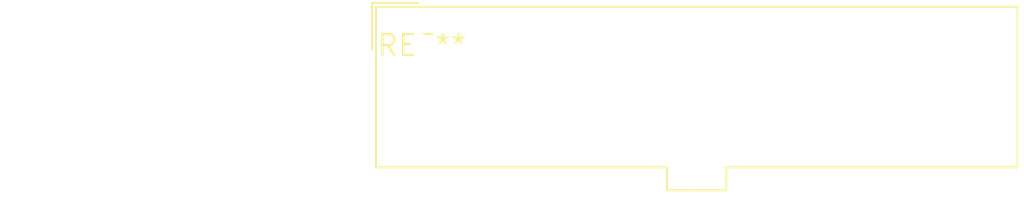
<source format=kicad_pcb>
(kicad_pcb (version 20240108) (generator pcbnew)
  (layers (0 "F.Cu" signal) (31 "B.Cu" signal) (34 "B.Paste" user) (35 "F.Paste" user) (36 "B.SilkS" user "B.Silkscreen") (37 "F.SilkS" user "F.Silkscreen") (38 "B.Mask" user) (39 "F.Mask" user) (44 "Edge.Cuts" user))
  (net 0 "")
  (footprint "Molex_Mini-Fit_Jr_5566-18A_2x09_P4.20mm_Vertical" (layer "F.Cu") (at 0 0)
    (property "Reference" "REF**")
    (property "Value" "Molex_Mini-Fit_Jr_5566-18A_2x09_P4.20mm_Vertical")
    (fp_line (start -3.05 -2.6) (end -3.05 0.25) (layer "F.SilkS") (stroke (width 0.12)))
    (fp_line (start -2.81 -2.36) (end -2.81 7.46) (layer "F.SilkS") (stroke (width 0.12)))
    (fp_line (start -2.81 7.46) (end 14.99 7.46) (layer "F.SilkS") (stroke (width 0.12)))
    (fp_line (start -0.2 -2.6) (end -3.05 -2.6) (layer "F.SilkS") (stroke (width 0.12)))
    (fp_line (start 14.99 7.46) (end 14.99 8.86) (layer "F.SilkS") (stroke (width 0.12)))
    (fp_line (start 14.99 8.86) (end 16.8 8.86) (layer "F.SilkS") (stroke (width 0.12)))
    (fp_line (start 16.8 -2.36) (end -2.81 -2.36) (layer "F.SilkS") (stroke (width 0.12)))
    (fp_line (start 16.8 -2.36) (end 36.41 -2.36) (layer "F.SilkS") (stroke (width 0.12)))
    (fp_line (start 18.61 7.46) (end 18.61 8.86) (layer "F.SilkS") (stroke (width 0.12)))
    (fp_line (start 18.61 8.86) (end 16.8 8.86) (layer "F.SilkS") (stroke (width 0.12)))
    (fp_line (start 36.41 -2.36) (end 36.41 7.46) (layer "F.SilkS") (stroke (width 0.12)))
    (fp_line (start 36.41 7.46) (end 18.61 7.46) (layer "F.SilkS") (stroke (width 0.12)))
    (pad "1" thru_hole roundrect (at 0 0) (size 2.7 3.3) (drill 1.4) (layers *.Cu *.Mask) (remove_unused_layers) (roundrect_rratio 0.092593))
    (pad "2" thru_hole oval (at 4.2 0) (size 2.7 3.3) (drill 1.4) (layers *.Cu *.Mask) (remove_unused_layers))
    (pad "3" thru_hole oval (at 8.4 0) (size 2.7 3.3) (drill 1.4) (layers *.Cu *.Mask) (remove_unused_layers))
    (pad "4" thru_hole oval (at 12.6 0) (size 2.7 3.3) (drill 1.4) (layers *.Cu *.Mask) (remove_unused_layers))
    (pad "5" thru_hole oval (at 16.8 0) (size 2.7 3.3) (drill 1.4) (layers *.Cu *.Mask) (remove_unused_layers))
    (pad "6" thru_hole oval (at 21 0) (size 2.7 3.3) (drill 1.4) (layers *.Cu *.Mask) (remove_unused_layers))
    (pad "7" thru_hole oval (at 25.2 0) (size 2.7 3.3) (drill 1.4) (layers *.Cu *.Mask) (remove_unused_layers))
    (pad "8" thru_hole oval (at 29.4 0) (size 2.7 3.3) (drill 1.4) (layers *.Cu *.Mask) (remove_unused_layers))
    (pad "9" thru_hole oval (at 33.6 0) (size 2.7 3.3) (drill 1.4) (layers *.Cu *.Mask) (remove_unused_layers))
    (pad "10" thru_hole oval (at 0 5.5) (size 2.7 3.3) (drill 1.4) (layers *.Cu *.Mask) (remove_unused_layers))
    (pad "11" thru_hole oval (at 4.2 5.5) (size 2.7 3.3) (drill 1.4) (layers *.Cu *.Mask) (remove_unused_layers))
    (pad "12" thru_hole oval (at 8.4 5.5) (size 2.7 3.3) (drill 1.4) (layers *.Cu *.Mask) (remove_unused_layers))
    (pad "13" thru_hole oval (at 12.6 5.5) (size 2.7 3.3) (drill 1.4) (layers *.Cu *.Mask) (remove_unused_layers))
    (pad "14" thru_hole oval (at 16.8 5.5) (size 2.7 3.3) (drill 1.4) (layers *.Cu *.Mask) (remove_unused_layers))
    (pad "15" thru_hole oval (at 21 5.5) (size 2.7 3.3) (drill 1.4) (layers *.Cu *.Mask) (remove_unused_layers))
    (pad "16" thru_hole oval (at 25.2 5.5) (size 2.7 3.3) (drill 1.4) (layers *.Cu *.Mask) (remove_unused_layers))
    (pad "17" thru_hole oval (at 29.4 5.5) (size 2.7 3.3) (drill 1.4) (layers *.Cu *.Mask) (remove_unused_layers))
    (pad "18" thru_hole oval (at 33.6 5.5) (size 2.7 3.3) (drill 1.4) (layers *.Cu *.Mask) (remove_unused_layers))
  )
)
</source>
